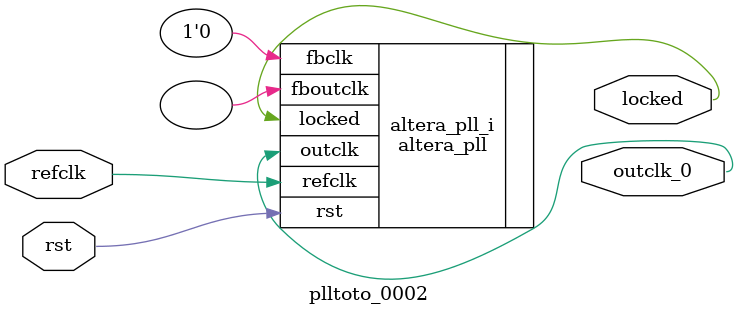
<source format=v>
`timescale 1ns/10ps
module  plltoto_0002(

	// interface 'refclk'
	input wire refclk,

	// interface 'reset'
	input wire rst,

	// interface 'outclk0'
	output wire outclk_0,

	// interface 'locked'
	output wire locked
);

	altera_pll #(
		.fractional_vco_multiplier("false"),
		.reference_clock_frequency("50.0 MHz"),
		.operation_mode("direct"),
		.number_of_clocks(1),
		.output_clock_frequency0("10.000000 MHz"),
		.phase_shift0("0 ps"),
		.duty_cycle0(50),
		.output_clock_frequency1("0 MHz"),
		.phase_shift1("0 ps"),
		.duty_cycle1(50),
		.output_clock_frequency2("0 MHz"),
		.phase_shift2("0 ps"),
		.duty_cycle2(50),
		.output_clock_frequency3("0 MHz"),
		.phase_shift3("0 ps"),
		.duty_cycle3(50),
		.output_clock_frequency4("0 MHz"),
		.phase_shift4("0 ps"),
		.duty_cycle4(50),
		.output_clock_frequency5("0 MHz"),
		.phase_shift5("0 ps"),
		.duty_cycle5(50),
		.output_clock_frequency6("0 MHz"),
		.phase_shift6("0 ps"),
		.duty_cycle6(50),
		.output_clock_frequency7("0 MHz"),
		.phase_shift7("0 ps"),
		.duty_cycle7(50),
		.output_clock_frequency8("0 MHz"),
		.phase_shift8("0 ps"),
		.duty_cycle8(50),
		.output_clock_frequency9("0 MHz"),
		.phase_shift9("0 ps"),
		.duty_cycle9(50),
		.output_clock_frequency10("0 MHz"),
		.phase_shift10("0 ps"),
		.duty_cycle10(50),
		.output_clock_frequency11("0 MHz"),
		.phase_shift11("0 ps"),
		.duty_cycle11(50),
		.output_clock_frequency12("0 MHz"),
		.phase_shift12("0 ps"),
		.duty_cycle12(50),
		.output_clock_frequency13("0 MHz"),
		.phase_shift13("0 ps"),
		.duty_cycle13(50),
		.output_clock_frequency14("0 MHz"),
		.phase_shift14("0 ps"),
		.duty_cycle14(50),
		.output_clock_frequency15("0 MHz"),
		.phase_shift15("0 ps"),
		.duty_cycle15(50),
		.output_clock_frequency16("0 MHz"),
		.phase_shift16("0 ps"),
		.duty_cycle16(50),
		.output_clock_frequency17("0 MHz"),
		.phase_shift17("0 ps"),
		.duty_cycle17(50),
		.pll_type("General"),
		.pll_subtype("General")
	) altera_pll_i (
		.rst	(rst),
		.outclk	({outclk_0}),
		.locked	(locked),
		.fboutclk	( ),
		.fbclk	(1'b0),
		.refclk	(refclk)
	);
endmodule


</source>
